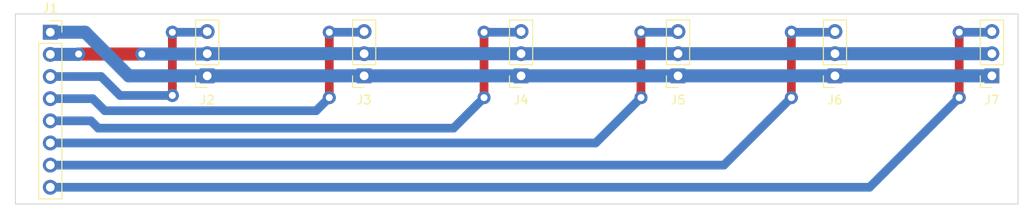
<source format=kicad_pcb>
(kicad_pcb (version 20171130) (host pcbnew 5.1.5+dfsg1-2build2)

  (general
    (thickness 1.6)
    (drawings 4)
    (tracks 60)
    (zones 0)
    (modules 7)
    (nets 9)
  )

  (page A4)
  (title_block
    (title pswclsx6socket)
    (date 2022-04-16)
    (rev 1)
    (company "silicon 4007")
    (comment 1 "tec. henrique silva")
  )

  (layers
    (0 F.Cu signal)
    (31 B.Cu signal)
    (32 B.Adhes user)
    (33 F.Adhes user)
    (34 B.Paste user)
    (35 F.Paste user)
    (36 B.SilkS user)
    (37 F.SilkS user)
    (38 B.Mask user)
    (39 F.Mask user)
    (40 Dwgs.User user)
    (41 Cmts.User user)
    (42 Eco1.User user)
    (43 Eco2.User user)
    (44 Edge.Cuts user)
    (45 Margin user)
    (46 B.CrtYd user)
    (47 F.CrtYd user)
    (48 B.Fab user)
    (49 F.Fab user)
  )

  (setup
    (last_trace_width 0.25)
    (user_trace_width 1)
    (user_trace_width 1.5)
    (trace_clearance 0.2)
    (zone_clearance 0.508)
    (zone_45_only no)
    (trace_min 0.2)
    (via_size 0.8)
    (via_drill 0.4)
    (via_min_size 0.4)
    (via_min_drill 0.3)
    (user_via 1.5 0.8)
    (uvia_size 0.3)
    (uvia_drill 0.1)
    (uvias_allowed no)
    (uvia_min_size 0.2)
    (uvia_min_drill 0.1)
    (edge_width 0.05)
    (segment_width 0.2)
    (pcb_text_width 0.3)
    (pcb_text_size 1.5 1.5)
    (mod_edge_width 0.12)
    (mod_text_size 1 1)
    (mod_text_width 0.15)
    (pad_size 1.524 1.524)
    (pad_drill 0.762)
    (pad_to_mask_clearance 0.051)
    (solder_mask_min_width 0.25)
    (aux_axis_origin 0 0)
    (visible_elements FFFFFF7F)
    (pcbplotparams
      (layerselection 0x010fc_ffffffff)
      (usegerberextensions false)
      (usegerberattributes false)
      (usegerberadvancedattributes false)
      (creategerberjobfile false)
      (excludeedgelayer true)
      (linewidth 0.100000)
      (plotframeref false)
      (viasonmask false)
      (mode 1)
      (useauxorigin false)
      (hpglpennumber 1)
      (hpglpenspeed 20)
      (hpglpendiameter 15.000000)
      (psnegative false)
      (psa4output false)
      (plotreference true)
      (plotvalue true)
      (plotinvisibletext false)
      (padsonsilk false)
      (subtractmaskfromsilk false)
      (outputformat 1)
      (mirror false)
      (drillshape 1)
      (scaleselection 1)
      (outputdirectory ""))
  )

  (net 0 "")
  (net 1 vll_relay-6)
  (net 2 vll_relay-5)
  (net 3 vll_relay-4)
  (net 4 vll_relay-3)
  (net 5 vll_relay-2)
  (net 6 vll_relay-1)
  (net 7 vcc_relay-master)
  (net 8 GND)

  (net_class Default "This is the default net class."
    (clearance 0.2)
    (trace_width 0.25)
    (via_dia 0.8)
    (via_drill 0.4)
    (uvia_dia 0.3)
    (uvia_drill 0.1)
    (add_net GND)
    (add_net vcc_relay-master)
    (add_net vll_relay-1)
    (add_net vll_relay-2)
    (add_net vll_relay-3)
    (add_net vll_relay-4)
    (add_net vll_relay-5)
    (add_net vll_relay-6)
  )

  (module Connector_PinSocket_2.54mm:PinSocket_1x08_P2.54mm_Vertical (layer F.Cu) (tedit 5A19A420) (tstamp 625AF07D)
    (at 93.1 89.8)
    (descr "Through hole straight socket strip, 1x08, 2.54mm pitch, single row (from Kicad 4.0.7), script generated")
    (tags "Through hole socket strip THT 1x08 2.54mm single row")
    (path /625AA4A2)
    (fp_text reference J1 (at 0 -2.77) (layer F.SilkS)
      (effects (font (size 1 1) (thickness 0.15)))
    )
    (fp_text value pswcls-master (at 0 20.55) (layer F.Fab)
      (effects (font (size 1 1) (thickness 0.15)))
    )
    (fp_text user %R (at 0 8.89 90) (layer F.Fab)
      (effects (font (size 1 1) (thickness 0.15)))
    )
    (fp_line (start -1.8 19.55) (end -1.8 -1.8) (layer F.CrtYd) (width 0.05))
    (fp_line (start 1.75 19.55) (end -1.8 19.55) (layer F.CrtYd) (width 0.05))
    (fp_line (start 1.75 -1.8) (end 1.75 19.55) (layer F.CrtYd) (width 0.05))
    (fp_line (start -1.8 -1.8) (end 1.75 -1.8) (layer F.CrtYd) (width 0.05))
    (fp_line (start 0 -1.33) (end 1.33 -1.33) (layer F.SilkS) (width 0.12))
    (fp_line (start 1.33 -1.33) (end 1.33 0) (layer F.SilkS) (width 0.12))
    (fp_line (start 1.33 1.27) (end 1.33 19.11) (layer F.SilkS) (width 0.12))
    (fp_line (start -1.33 19.11) (end 1.33 19.11) (layer F.SilkS) (width 0.12))
    (fp_line (start -1.33 1.27) (end -1.33 19.11) (layer F.SilkS) (width 0.12))
    (fp_line (start -1.33 1.27) (end 1.33 1.27) (layer F.SilkS) (width 0.12))
    (fp_line (start -1.27 19.05) (end -1.27 -1.27) (layer F.Fab) (width 0.1))
    (fp_line (start 1.27 19.05) (end -1.27 19.05) (layer F.Fab) (width 0.1))
    (fp_line (start 1.27 -0.635) (end 1.27 19.05) (layer F.Fab) (width 0.1))
    (fp_line (start 0.635 -1.27) (end 1.27 -0.635) (layer F.Fab) (width 0.1))
    (fp_line (start -1.27 -1.27) (end 0.635 -1.27) (layer F.Fab) (width 0.1))
    (pad 8 thru_hole oval (at 0 17.78) (size 1.7 1.7) (drill 1) (layers *.Cu *.Mask)
      (net 1 vll_relay-6))
    (pad 7 thru_hole oval (at 0 15.24) (size 1.7 1.7) (drill 1) (layers *.Cu *.Mask)
      (net 2 vll_relay-5))
    (pad 6 thru_hole oval (at 0 12.7) (size 1.7 1.7) (drill 1) (layers *.Cu *.Mask)
      (net 3 vll_relay-4))
    (pad 5 thru_hole oval (at 0 10.16) (size 1.7 1.7) (drill 1) (layers *.Cu *.Mask)
      (net 4 vll_relay-3))
    (pad 4 thru_hole oval (at 0 7.62) (size 1.7 1.7) (drill 1) (layers *.Cu *.Mask)
      (net 5 vll_relay-2))
    (pad 3 thru_hole oval (at 0 5.08) (size 1.7 1.7) (drill 1) (layers *.Cu *.Mask)
      (net 6 vll_relay-1))
    (pad 2 thru_hole oval (at 0 2.54) (size 1.7 1.7) (drill 1) (layers *.Cu *.Mask)
      (net 7 vcc_relay-master))
    (pad 1 thru_hole rect (at 0 0) (size 1.7 1.7) (drill 1) (layers *.Cu *.Mask)
      (net 8 GND))
    (model ${KISYS3DMOD}/Connector_PinSocket_2.54mm.3dshapes/PinSocket_1x08_P2.54mm_Vertical.wrl
      (at (xyz 0 0 0))
      (scale (xyz 1 1 1))
      (rotate (xyz 0 0 0))
    )
  )

  (module Connector_PinSocket_2.54mm:PinSocket_1x03_P2.54mm_Vertical (layer F.Cu) (tedit 5A19A429) (tstamp 625AEA98)
    (at 111.1 94.8 180)
    (descr "Through hole straight socket strip, 1x03, 2.54mm pitch, single row (from Kicad 4.0.7), script generated")
    (tags "Through hole socket strip THT 1x03 2.54mm single row")
    (path /625A7FF5)
    (fp_text reference J2 (at 0 -2.77) (layer F.SilkS)
      (effects (font (size 1 1) (thickness 0.15)))
    )
    (fp_text value pswcls-1 (at 0 7.85) (layer F.Fab)
      (effects (font (size 1 1) (thickness 0.15)))
    )
    (fp_text user %R (at 0 2.54 90) (layer F.Fab)
      (effects (font (size 1 1) (thickness 0.15)))
    )
    (fp_line (start -1.8 6.85) (end -1.8 -1.8) (layer F.CrtYd) (width 0.05))
    (fp_line (start 1.75 6.85) (end -1.8 6.85) (layer F.CrtYd) (width 0.05))
    (fp_line (start 1.75 -1.8) (end 1.75 6.85) (layer F.CrtYd) (width 0.05))
    (fp_line (start -1.8 -1.8) (end 1.75 -1.8) (layer F.CrtYd) (width 0.05))
    (fp_line (start 0 -1.33) (end 1.33 -1.33) (layer F.SilkS) (width 0.12))
    (fp_line (start 1.33 -1.33) (end 1.33 0) (layer F.SilkS) (width 0.12))
    (fp_line (start 1.33 1.27) (end 1.33 6.41) (layer F.SilkS) (width 0.12))
    (fp_line (start -1.33 6.41) (end 1.33 6.41) (layer F.SilkS) (width 0.12))
    (fp_line (start -1.33 1.27) (end -1.33 6.41) (layer F.SilkS) (width 0.12))
    (fp_line (start -1.33 1.27) (end 1.33 1.27) (layer F.SilkS) (width 0.12))
    (fp_line (start -1.27 6.35) (end -1.27 -1.27) (layer F.Fab) (width 0.1))
    (fp_line (start 1.27 6.35) (end -1.27 6.35) (layer F.Fab) (width 0.1))
    (fp_line (start 1.27 -0.635) (end 1.27 6.35) (layer F.Fab) (width 0.1))
    (fp_line (start 0.635 -1.27) (end 1.27 -0.635) (layer F.Fab) (width 0.1))
    (fp_line (start -1.27 -1.27) (end 0.635 -1.27) (layer F.Fab) (width 0.1))
    (pad 3 thru_hole oval (at 0 5.08 180) (size 1.7 1.7) (drill 1) (layers *.Cu *.Mask)
      (net 6 vll_relay-1))
    (pad 2 thru_hole oval (at 0 2.54 180) (size 1.7 1.7) (drill 1) (layers *.Cu *.Mask)
      (net 7 vcc_relay-master))
    (pad 1 thru_hole rect (at 0 0 180) (size 1.7 1.7) (drill 1) (layers *.Cu *.Mask)
      (net 8 GND))
    (model ${KISYS3DMOD}/Connector_PinSocket_2.54mm.3dshapes/PinSocket_1x03_P2.54mm_Vertical.wrl
      (at (xyz 0 0 0))
      (scale (xyz 1 1 1))
      (rotate (xyz 0 0 0))
    )
  )

  (module Connector_PinSocket_2.54mm:PinSocket_1x03_P2.54mm_Vertical (layer F.Cu) (tedit 5A19A429) (tstamp 625AD73F)
    (at 165.1 94.8 180)
    (descr "Through hole straight socket strip, 1x03, 2.54mm pitch, single row (from Kicad 4.0.7), script generated")
    (tags "Through hole socket strip THT 1x03 2.54mm single row")
    (path /625B3AC0)
    (fp_text reference J5 (at 0 -2.77) (layer F.SilkS)
      (effects (font (size 1 1) (thickness 0.15)))
    )
    (fp_text value pswcls-4 (at 0 7.85) (layer F.Fab)
      (effects (font (size 1 1) (thickness 0.15)))
    )
    (fp_text user %R (at 0 2.54 90) (layer F.Fab)
      (effects (font (size 1 1) (thickness 0.15)))
    )
    (fp_line (start -1.8 6.85) (end -1.8 -1.8) (layer F.CrtYd) (width 0.05))
    (fp_line (start 1.75 6.85) (end -1.8 6.85) (layer F.CrtYd) (width 0.05))
    (fp_line (start 1.75 -1.8) (end 1.75 6.85) (layer F.CrtYd) (width 0.05))
    (fp_line (start -1.8 -1.8) (end 1.75 -1.8) (layer F.CrtYd) (width 0.05))
    (fp_line (start 0 -1.33) (end 1.33 -1.33) (layer F.SilkS) (width 0.12))
    (fp_line (start 1.33 -1.33) (end 1.33 0) (layer F.SilkS) (width 0.12))
    (fp_line (start 1.33 1.27) (end 1.33 6.41) (layer F.SilkS) (width 0.12))
    (fp_line (start -1.33 6.41) (end 1.33 6.41) (layer F.SilkS) (width 0.12))
    (fp_line (start -1.33 1.27) (end -1.33 6.41) (layer F.SilkS) (width 0.12))
    (fp_line (start -1.33 1.27) (end 1.33 1.27) (layer F.SilkS) (width 0.12))
    (fp_line (start -1.27 6.35) (end -1.27 -1.27) (layer F.Fab) (width 0.1))
    (fp_line (start 1.27 6.35) (end -1.27 6.35) (layer F.Fab) (width 0.1))
    (fp_line (start 1.27 -0.635) (end 1.27 6.35) (layer F.Fab) (width 0.1))
    (fp_line (start 0.635 -1.27) (end 1.27 -0.635) (layer F.Fab) (width 0.1))
    (fp_line (start -1.27 -1.27) (end 0.635 -1.27) (layer F.Fab) (width 0.1))
    (pad 3 thru_hole oval (at 0 5.08 180) (size 1.7 1.7) (drill 1) (layers *.Cu *.Mask)
      (net 3 vll_relay-4))
    (pad 2 thru_hole oval (at 0 2.54 180) (size 1.7 1.7) (drill 1) (layers *.Cu *.Mask)
      (net 7 vcc_relay-master))
    (pad 1 thru_hole rect (at 0 0 180) (size 1.7 1.7) (drill 1) (layers *.Cu *.Mask)
      (net 8 GND))
    (model ${KISYS3DMOD}/Connector_PinSocket_2.54mm.3dshapes/PinSocket_1x03_P2.54mm_Vertical.wrl
      (at (xyz 0 0 0))
      (scale (xyz 1 1 1))
      (rotate (xyz 0 0 0))
    )
  )

  (module Connector_PinSocket_2.54mm:PinSocket_1x03_P2.54mm_Vertical (layer F.Cu) (tedit 5A19A429) (tstamp 625AD6C5)
    (at 129.1 94.8 180)
    (descr "Through hole straight socket strip, 1x03, 2.54mm pitch, single row (from Kicad 4.0.7), script generated")
    (tags "Through hole socket strip THT 1x03 2.54mm single row")
    (path /625B1E5A)
    (fp_text reference J3 (at 0 -2.77) (layer F.SilkS)
      (effects (font (size 1 1) (thickness 0.15)))
    )
    (fp_text value pswcls-2 (at 0 7.85) (layer F.Fab)
      (effects (font (size 1 1) (thickness 0.15)))
    )
    (fp_text user %R (at 0 2.54 90) (layer F.Fab)
      (effects (font (size 1 1) (thickness 0.15)))
    )
    (fp_line (start -1.8 6.85) (end -1.8 -1.8) (layer F.CrtYd) (width 0.05))
    (fp_line (start 1.75 6.85) (end -1.8 6.85) (layer F.CrtYd) (width 0.05))
    (fp_line (start 1.75 -1.8) (end 1.75 6.85) (layer F.CrtYd) (width 0.05))
    (fp_line (start -1.8 -1.8) (end 1.75 -1.8) (layer F.CrtYd) (width 0.05))
    (fp_line (start 0 -1.33) (end 1.33 -1.33) (layer F.SilkS) (width 0.12))
    (fp_line (start 1.33 -1.33) (end 1.33 0) (layer F.SilkS) (width 0.12))
    (fp_line (start 1.33 1.27) (end 1.33 6.41) (layer F.SilkS) (width 0.12))
    (fp_line (start -1.33 6.41) (end 1.33 6.41) (layer F.SilkS) (width 0.12))
    (fp_line (start -1.33 1.27) (end -1.33 6.41) (layer F.SilkS) (width 0.12))
    (fp_line (start -1.33 1.27) (end 1.33 1.27) (layer F.SilkS) (width 0.12))
    (fp_line (start -1.27 6.35) (end -1.27 -1.27) (layer F.Fab) (width 0.1))
    (fp_line (start 1.27 6.35) (end -1.27 6.35) (layer F.Fab) (width 0.1))
    (fp_line (start 1.27 -0.635) (end 1.27 6.35) (layer F.Fab) (width 0.1))
    (fp_line (start 0.635 -1.27) (end 1.27 -0.635) (layer F.Fab) (width 0.1))
    (fp_line (start -1.27 -1.27) (end 0.635 -1.27) (layer F.Fab) (width 0.1))
    (pad 3 thru_hole oval (at 0 5.08 180) (size 1.7 1.7) (drill 1) (layers *.Cu *.Mask)
      (net 5 vll_relay-2))
    (pad 2 thru_hole oval (at 0 2.54 180) (size 1.7 1.7) (drill 1) (layers *.Cu *.Mask)
      (net 7 vcc_relay-master))
    (pad 1 thru_hole rect (at 0 0 180) (size 1.7 1.7) (drill 1) (layers *.Cu *.Mask)
      (net 8 GND))
    (model ${KISYS3DMOD}/Connector_PinSocket_2.54mm.3dshapes/PinSocket_1x03_P2.54mm_Vertical.wrl
      (at (xyz 0 0 0))
      (scale (xyz 1 1 1))
      (rotate (xyz 0 0 0))
    )
  )

  (module Connector_PinSocket_2.54mm:PinSocket_1x03_P2.54mm_Vertical (layer F.Cu) (tedit 5A19A429) (tstamp 625AD7B9)
    (at 201.1 94.8 180)
    (descr "Through hole straight socket strip, 1x03, 2.54mm pitch, single row (from Kicad 4.0.7), script generated")
    (tags "Through hole socket strip THT 1x03 2.54mm single row")
    (path /625B65CB)
    (fp_text reference J7 (at 0 -2.77) (layer F.SilkS)
      (effects (font (size 1 1) (thickness 0.15)))
    )
    (fp_text value pswcls-6 (at 0 7.85) (layer F.Fab)
      (effects (font (size 1 1) (thickness 0.15)))
    )
    (fp_text user %R (at 0 2.54 90) (layer F.Fab)
      (effects (font (size 1 1) (thickness 0.15)))
    )
    (fp_line (start -1.8 6.85) (end -1.8 -1.8) (layer F.CrtYd) (width 0.05))
    (fp_line (start 1.75 6.85) (end -1.8 6.85) (layer F.CrtYd) (width 0.05))
    (fp_line (start 1.75 -1.8) (end 1.75 6.85) (layer F.CrtYd) (width 0.05))
    (fp_line (start -1.8 -1.8) (end 1.75 -1.8) (layer F.CrtYd) (width 0.05))
    (fp_line (start 0 -1.33) (end 1.33 -1.33) (layer F.SilkS) (width 0.12))
    (fp_line (start 1.33 -1.33) (end 1.33 0) (layer F.SilkS) (width 0.12))
    (fp_line (start 1.33 1.27) (end 1.33 6.41) (layer F.SilkS) (width 0.12))
    (fp_line (start -1.33 6.41) (end 1.33 6.41) (layer F.SilkS) (width 0.12))
    (fp_line (start -1.33 1.27) (end -1.33 6.41) (layer F.SilkS) (width 0.12))
    (fp_line (start -1.33 1.27) (end 1.33 1.27) (layer F.SilkS) (width 0.12))
    (fp_line (start -1.27 6.35) (end -1.27 -1.27) (layer F.Fab) (width 0.1))
    (fp_line (start 1.27 6.35) (end -1.27 6.35) (layer F.Fab) (width 0.1))
    (fp_line (start 1.27 -0.635) (end 1.27 6.35) (layer F.Fab) (width 0.1))
    (fp_line (start 0.635 -1.27) (end 1.27 -0.635) (layer F.Fab) (width 0.1))
    (fp_line (start -1.27 -1.27) (end 0.635 -1.27) (layer F.Fab) (width 0.1))
    (pad 3 thru_hole oval (at 0 5.08 180) (size 1.7 1.7) (drill 1) (layers *.Cu *.Mask)
      (net 1 vll_relay-6))
    (pad 2 thru_hole oval (at 0 2.54 180) (size 1.7 1.7) (drill 1) (layers *.Cu *.Mask)
      (net 7 vcc_relay-master))
    (pad 1 thru_hole rect (at 0 0 180) (size 1.7 1.7) (drill 1) (layers *.Cu *.Mask)
      (net 8 GND))
    (model ${KISYS3DMOD}/Connector_PinSocket_2.54mm.3dshapes/PinSocket_1x03_P2.54mm_Vertical.wrl
      (at (xyz 0 0 0))
      (scale (xyz 1 1 1))
      (rotate (xyz 0 0 0))
    )
  )

  (module Connector_PinSocket_2.54mm:PinSocket_1x03_P2.54mm_Vertical (layer F.Cu) (tedit 5A19A429) (tstamp 625AD702)
    (at 147.1 94.8 180)
    (descr "Through hole straight socket strip, 1x03, 2.54mm pitch, single row (from Kicad 4.0.7), script generated")
    (tags "Through hole socket strip THT 1x03 2.54mm single row")
    (path /625B27EA)
    (fp_text reference J4 (at 0 -2.77) (layer F.SilkS)
      (effects (font (size 1 1) (thickness 0.15)))
    )
    (fp_text value pswcls-3 (at 0 7.85) (layer F.Fab)
      (effects (font (size 1 1) (thickness 0.15)))
    )
    (fp_text user %R (at 0 2.54 90) (layer F.Fab)
      (effects (font (size 1 1) (thickness 0.15)))
    )
    (fp_line (start -1.8 6.85) (end -1.8 -1.8) (layer F.CrtYd) (width 0.05))
    (fp_line (start 1.75 6.85) (end -1.8 6.85) (layer F.CrtYd) (width 0.05))
    (fp_line (start 1.75 -1.8) (end 1.75 6.85) (layer F.CrtYd) (width 0.05))
    (fp_line (start -1.8 -1.8) (end 1.75 -1.8) (layer F.CrtYd) (width 0.05))
    (fp_line (start 0 -1.33) (end 1.33 -1.33) (layer F.SilkS) (width 0.12))
    (fp_line (start 1.33 -1.33) (end 1.33 0) (layer F.SilkS) (width 0.12))
    (fp_line (start 1.33 1.27) (end 1.33 6.41) (layer F.SilkS) (width 0.12))
    (fp_line (start -1.33 6.41) (end 1.33 6.41) (layer F.SilkS) (width 0.12))
    (fp_line (start -1.33 1.27) (end -1.33 6.41) (layer F.SilkS) (width 0.12))
    (fp_line (start -1.33 1.27) (end 1.33 1.27) (layer F.SilkS) (width 0.12))
    (fp_line (start -1.27 6.35) (end -1.27 -1.27) (layer F.Fab) (width 0.1))
    (fp_line (start 1.27 6.35) (end -1.27 6.35) (layer F.Fab) (width 0.1))
    (fp_line (start 1.27 -0.635) (end 1.27 6.35) (layer F.Fab) (width 0.1))
    (fp_line (start 0.635 -1.27) (end 1.27 -0.635) (layer F.Fab) (width 0.1))
    (fp_line (start -1.27 -1.27) (end 0.635 -1.27) (layer F.Fab) (width 0.1))
    (pad 3 thru_hole oval (at 0 5.08 180) (size 1.7 1.7) (drill 1) (layers *.Cu *.Mask)
      (net 4 vll_relay-3))
    (pad 2 thru_hole oval (at 0 2.54 180) (size 1.7 1.7) (drill 1) (layers *.Cu *.Mask)
      (net 7 vcc_relay-master))
    (pad 1 thru_hole rect (at 0 0 180) (size 1.7 1.7) (drill 1) (layers *.Cu *.Mask)
      (net 8 GND))
    (model ${KISYS3DMOD}/Connector_PinSocket_2.54mm.3dshapes/PinSocket_1x03_P2.54mm_Vertical.wrl
      (at (xyz 0 0 0))
      (scale (xyz 1 1 1))
      (rotate (xyz 0 0 0))
    )
  )

  (module Connector_PinSocket_2.54mm:PinSocket_1x03_P2.54mm_Vertical (layer F.Cu) (tedit 5A19A429) (tstamp 625AD77C)
    (at 183.1 94.8 180)
    (descr "Through hole straight socket strip, 1x03, 2.54mm pitch, single row (from Kicad 4.0.7), script generated")
    (tags "Through hole socket strip THT 1x03 2.54mm single row")
    (path /625B55EF)
    (fp_text reference J6 (at 0 -2.77) (layer F.SilkS)
      (effects (font (size 1 1) (thickness 0.15)))
    )
    (fp_text value pswcls-5 (at 0 7.85) (layer F.Fab)
      (effects (font (size 1 1) (thickness 0.15)))
    )
    (fp_text user %R (at 0 2.54 90) (layer F.Fab)
      (effects (font (size 1 1) (thickness 0.15)))
    )
    (fp_line (start -1.8 6.85) (end -1.8 -1.8) (layer F.CrtYd) (width 0.05))
    (fp_line (start 1.75 6.85) (end -1.8 6.85) (layer F.CrtYd) (width 0.05))
    (fp_line (start 1.75 -1.8) (end 1.75 6.85) (layer F.CrtYd) (width 0.05))
    (fp_line (start -1.8 -1.8) (end 1.75 -1.8) (layer F.CrtYd) (width 0.05))
    (fp_line (start 0 -1.33) (end 1.33 -1.33) (layer F.SilkS) (width 0.12))
    (fp_line (start 1.33 -1.33) (end 1.33 0) (layer F.SilkS) (width 0.12))
    (fp_line (start 1.33 1.27) (end 1.33 6.41) (layer F.SilkS) (width 0.12))
    (fp_line (start -1.33 6.41) (end 1.33 6.41) (layer F.SilkS) (width 0.12))
    (fp_line (start -1.33 1.27) (end -1.33 6.41) (layer F.SilkS) (width 0.12))
    (fp_line (start -1.33 1.27) (end 1.33 1.27) (layer F.SilkS) (width 0.12))
    (fp_line (start -1.27 6.35) (end -1.27 -1.27) (layer F.Fab) (width 0.1))
    (fp_line (start 1.27 6.35) (end -1.27 6.35) (layer F.Fab) (width 0.1))
    (fp_line (start 1.27 -0.635) (end 1.27 6.35) (layer F.Fab) (width 0.1))
    (fp_line (start 0.635 -1.27) (end 1.27 -0.635) (layer F.Fab) (width 0.1))
    (fp_line (start -1.27 -1.27) (end 0.635 -1.27) (layer F.Fab) (width 0.1))
    (pad 3 thru_hole oval (at 0 5.08 180) (size 1.7 1.7) (drill 1) (layers *.Cu *.Mask)
      (net 2 vll_relay-5))
    (pad 2 thru_hole oval (at 0 2.54 180) (size 1.7 1.7) (drill 1) (layers *.Cu *.Mask)
      (net 7 vcc_relay-master))
    (pad 1 thru_hole rect (at 0 0 180) (size 1.7 1.7) (drill 1) (layers *.Cu *.Mask)
      (net 8 GND))
    (model ${KISYS3DMOD}/Connector_PinSocket_2.54mm.3dshapes/PinSocket_1x03_P2.54mm_Vertical.wrl
      (at (xyz 0 0 0))
      (scale (xyz 1 1 1))
      (rotate (xyz 0 0 0))
    )
  )

  (gr_line (start 89.1 87.7) (end 204.1 87.7) (layer Edge.Cuts) (width 0.1))
  (gr_line (start 89.1 109.5) (end 89.1 87.7) (layer Edge.Cuts) (width 0.1))
  (gr_line (start 204.1 87.7) (end 204.1 109.5) (layer Edge.Cuts) (width 0.1))
  (gr_line (start 204.1 109.5) (end 89.1 109.5) (layer Edge.Cuts) (width 0.1))

  (segment (start 201.02 89.8) (end 201.1 89.72) (width 1) (layer B.Cu) (net 1))
  (via (at 197.35 97.3) (size 1.5) (drill 0.8) (layers F.Cu B.Cu) (net 1))
  (via (at 197.35 89.8) (size 1.5) (drill 0.8) (layers F.Cu B.Cu) (net 1))
  (segment (start 197.35 89.8) (end 201.02 89.8) (width 1) (layer B.Cu) (net 1))
  (segment (start 197.35 97.3) (end 197.35 89.8) (width 1) (layer F.Cu) (net 1))
  (segment (start 187.07 107.58) (end 197.35 97.3) (width 1) (layer B.Cu) (net 1))
  (segment (start 93.1 107.58) (end 187.07 107.58) (width 1) (layer B.Cu) (net 1))
  (via (at 178.1 89.8) (size 1.5) (drill 0.8) (layers F.Cu B.Cu) (net 2))
  (segment (start 178.1 89.8) (end 183.02 89.8) (width 1) (layer B.Cu) (net 2))
  (segment (start 93.1 105.04) (end 170.36 105.04) (width 1) (layer B.Cu) (net 2))
  (segment (start 178.1 97.3) (end 178.1 89.8) (width 1) (layer F.Cu) (net 2))
  (via (at 178.1 97.3) (size 1.5) (drill 0.8) (layers F.Cu B.Cu) (net 2))
  (segment (start 183.02 89.8) (end 183.1 89.72) (width 1) (layer B.Cu) (net 2))
  (segment (start 170.36 105.04) (end 178.1 97.3) (width 1) (layer B.Cu) (net 2))
  (segment (start 93.1 102.5) (end 155.65 102.5) (width 1) (layer B.Cu) (net 3))
  (segment (start 155.65 102.5) (end 160.85 97.3) (width 1) (layer B.Cu) (net 3))
  (via (at 160.85 97.3) (size 1.5) (drill 0.8) (layers F.Cu B.Cu) (net 3))
  (segment (start 160.85 89.8) (end 165.02 89.8) (width 1) (layer B.Cu) (net 3))
  (segment (start 165.02 89.8) (end 165.1 89.72) (width 1) (layer B.Cu) (net 3))
  (segment (start 160.85 97.3) (end 160.85 89.8) (width 1) (layer F.Cu) (net 3))
  (via (at 160.85 89.8) (size 1.5) (drill 0.8) (layers F.Cu B.Cu) (net 3))
  (segment (start 93.1 99.96) (end 97.76 99.96) (width 1) (layer B.Cu) (net 4))
  (segment (start 98.6 100.8) (end 139.35 100.8) (width 1) (layer B.Cu) (net 4))
  (via (at 142.85 89.8) (size 1.5) (drill 0.8) (layers F.Cu B.Cu) (net 4))
  (via (at 142.85 97.3) (size 1.5) (drill 0.8) (layers F.Cu B.Cu) (net 4))
  (segment (start 142.85 89.8) (end 147.02 89.8) (width 1) (layer B.Cu) (net 4))
  (segment (start 147.02 89.8) (end 147.1 89.72) (width 1) (layer B.Cu) (net 4))
  (segment (start 142.85 97.3) (end 142.85 89.8) (width 1) (layer F.Cu) (net 4))
  (segment (start 97.76 99.96) (end 98.6 100.8) (width 1) (layer B.Cu) (net 4))
  (segment (start 139.35 100.8) (end 142.85 97.3) (width 1) (layer B.Cu) (net 4))
  (segment (start 125.1 89.8) (end 129.02 89.8) (width 1) (layer B.Cu) (net 5))
  (segment (start 129.02 89.8) (end 129.1 89.72) (width 1) (layer B.Cu) (net 5))
  (segment (start 125.1 97.3) (end 125.1 89.8) (width 1) (layer F.Cu) (net 5))
  (via (at 125.1 89.8) (size 1.5) (drill 0.8) (layers F.Cu B.Cu) (net 5))
  (via (at 125.1 97.3) (size 1.5) (drill 0.8) (layers F.Cu B.Cu) (net 5))
  (segment (start 97.97 97.42) (end 99.35 98.8) (width 1) (layer B.Cu) (net 5))
  (segment (start 99.35 98.8) (end 123.6 98.8) (width 1) (layer B.Cu) (net 5))
  (segment (start 123.6 98.8) (end 125.1 97.3) (width 1) (layer B.Cu) (net 5))
  (segment (start 93.1 97.42) (end 97.97 97.42) (width 1) (layer B.Cu) (net 5))
  (segment (start 107.1 89.8) (end 111.02 89.8) (width 1) (layer B.Cu) (net 6))
  (segment (start 111.02 89.8) (end 111.1 89.72) (width 1) (layer B.Cu) (net 6))
  (segment (start 107.1 95.98934) (end 107.1 89.8) (width 1) (layer F.Cu) (net 6))
  (segment (start 98.93 94.88) (end 101.1 97.05) (width 1) (layer B.Cu) (net 6))
  (segment (start 101.1 97.05) (end 107.1 97.05) (width 1) (layer B.Cu) (net 6))
  (via (at 107.1 97.05) (size 1.5) (drill 0.8) (layers F.Cu B.Cu) (net 6))
  (segment (start 93.1 94.88) (end 98.93 94.88) (width 1) (layer B.Cu) (net 6))
  (via (at 107.1 89.8) (size 1.5) (drill 0.8) (layers F.Cu B.Cu) (net 6))
  (segment (start 107.1 97.05) (end 107.1 95.98934) (width 1) (layer F.Cu) (net 6))
  (segment (start 96.31 92.34) (end 96.35 92.3) (width 1.5) (layer B.Cu) (net 7))
  (via (at 96.35 92.3) (size 1.5) (drill 0.8) (layers F.Cu B.Cu) (net 7))
  (segment (start 201.1 92.26) (end 111.1 92.26) (width 1.5) (layer B.Cu) (net 7))
  (via (at 103.6 92.3) (size 1.5) (drill 0.8) (layers F.Cu B.Cu) (net 7))
  (segment (start 93.1 92.34) (end 96.31 92.34) (width 1.5) (layer B.Cu) (net 7))
  (segment (start 103.6 92.3) (end 111.06 92.3) (width 1.5) (layer B.Cu) (net 7))
  (segment (start 111.06 92.3) (end 111.1 92.26) (width 1.5) (layer B.Cu) (net 7))
  (segment (start 96.35 92.3) (end 103.6 92.3) (width 1.5) (layer F.Cu) (net 7))
  (segment (start 93.1 89.8) (end 97.1 89.8) (width 1.5) (layer B.Cu) (net 8))
  (segment (start 97.1 89.8) (end 102.1 94.8) (width 1.5) (layer B.Cu) (net 8))
  (segment (start 102.1 94.8) (end 111.1 94.8) (width 1.5) (layer B.Cu) (net 8))
  (segment (start 111.1 94.8) (end 201.1 94.8) (width 1.5) (layer B.Cu) (net 8))

)

</source>
